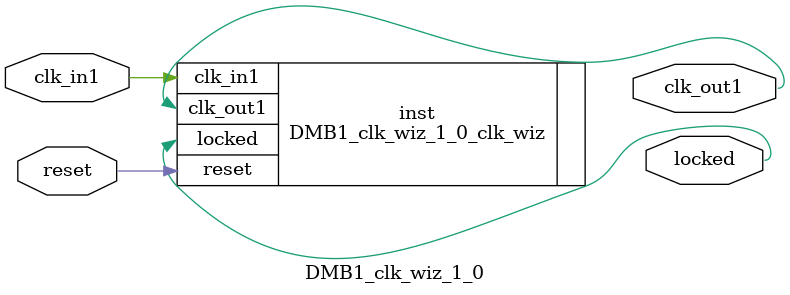
<source format=v>


`timescale 1ps/1ps

(* CORE_GENERATION_INFO = "DMB1_clk_wiz_1_0,clk_wiz_v5_3_0,{component_name=DMB1_clk_wiz_1_0,use_phase_alignment=true,use_min_o_jitter=false,use_max_i_jitter=false,use_dyn_phase_shift=false,use_inclk_switchover=false,use_dyn_reconfig=false,enable_axi=0,feedback_source=FDBK_AUTO,PRIMITIVE=MMCM,num_out_clk=1,clkin1_period=10.0,clkin2_period=10.0,use_power_down=false,use_reset=true,use_locked=true,use_inclk_stopped=false,feedback_type=SINGLE,CLOCK_MGR_TYPE=NA,manual_override=false}" *)

module DMB1_clk_wiz_1_0 
 (
 // Clock in ports
  input         clk_in1,
  // Clock out ports
  output        clk_out1,
  // Status and control signals
  input         reset,
  output        locked
 );

  DMB1_clk_wiz_1_0_clk_wiz inst
  (
 // Clock in ports
  .clk_in1(clk_in1),
  // Clock out ports  
  .clk_out1(clk_out1),
  // Status and control signals               
  .reset(reset), 
  .locked(locked)            
  );

endmodule

</source>
